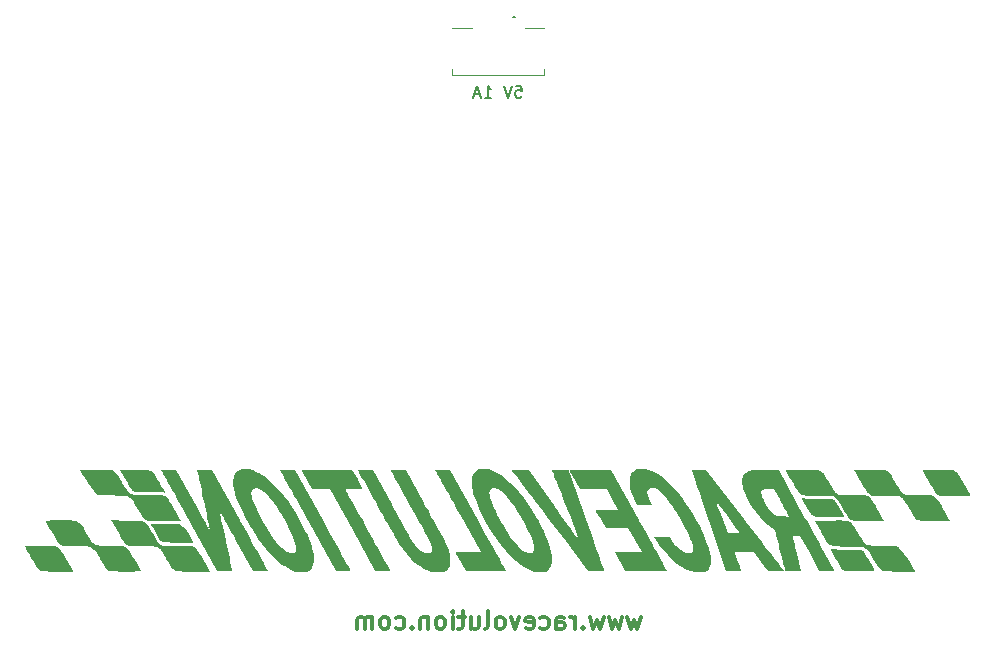
<source format=gbr>
%TF.GenerationSoftware,KiCad,Pcbnew,(6.0.1)*%
%TF.CreationDate,2022-12-13T21:33:40+01:00*%
%TF.ProjectId,SRD_Enhanced,5352445f-456e-4686-916e-6365642e6b69,rev?*%
%TF.SameCoordinates,Original*%
%TF.FileFunction,Legend,Bot*%
%TF.FilePolarity,Positive*%
%FSLAX46Y46*%
G04 Gerber Fmt 4.6, Leading zero omitted, Abs format (unit mm)*
G04 Created by KiCad (PCBNEW (6.0.1)) date 2022-12-13 21:33:40*
%MOMM*%
%LPD*%
G01*
G04 APERTURE LIST*
%ADD10C,0.300000*%
%ADD11C,0.150000*%
%ADD12C,0.100000*%
%ADD13C,0.200000*%
G04 APERTURE END LIST*
D10*
X123821428Y-100178571D02*
X123535714Y-101178571D01*
X123250000Y-100464285D01*
X122964285Y-101178571D01*
X122678571Y-100178571D01*
X122250000Y-100178571D02*
X121964285Y-101178571D01*
X121678571Y-100464285D01*
X121392857Y-101178571D01*
X121107142Y-100178571D01*
X120678571Y-100178571D02*
X120392857Y-101178571D01*
X120107142Y-100464285D01*
X119821428Y-101178571D01*
X119535714Y-100178571D01*
X118964285Y-101035714D02*
X118892857Y-101107142D01*
X118964285Y-101178571D01*
X119035714Y-101107142D01*
X118964285Y-101035714D01*
X118964285Y-101178571D01*
X118250000Y-101178571D02*
X118250000Y-100178571D01*
X118250000Y-100464285D02*
X118178571Y-100321428D01*
X118107142Y-100250000D01*
X117964285Y-100178571D01*
X117821428Y-100178571D01*
X116678571Y-101178571D02*
X116678571Y-100392857D01*
X116750000Y-100250000D01*
X116892857Y-100178571D01*
X117178571Y-100178571D01*
X117321428Y-100250000D01*
X116678571Y-101107142D02*
X116821428Y-101178571D01*
X117178571Y-101178571D01*
X117321428Y-101107142D01*
X117392857Y-100964285D01*
X117392857Y-100821428D01*
X117321428Y-100678571D01*
X117178571Y-100607142D01*
X116821428Y-100607142D01*
X116678571Y-100535714D01*
X115321428Y-101107142D02*
X115464285Y-101178571D01*
X115750000Y-101178571D01*
X115892857Y-101107142D01*
X115964285Y-101035714D01*
X116035714Y-100892857D01*
X116035714Y-100464285D01*
X115964285Y-100321428D01*
X115892857Y-100250000D01*
X115750000Y-100178571D01*
X115464285Y-100178571D01*
X115321428Y-100250000D01*
X114107142Y-101107142D02*
X114250000Y-101178571D01*
X114535714Y-101178571D01*
X114678571Y-101107142D01*
X114750000Y-100964285D01*
X114750000Y-100392857D01*
X114678571Y-100250000D01*
X114535714Y-100178571D01*
X114250000Y-100178571D01*
X114107142Y-100250000D01*
X114035714Y-100392857D01*
X114035714Y-100535714D01*
X114750000Y-100678571D01*
X113535714Y-100178571D02*
X113178571Y-101178571D01*
X112821428Y-100178571D01*
X112035714Y-101178571D02*
X112178571Y-101107142D01*
X112250000Y-101035714D01*
X112321428Y-100892857D01*
X112321428Y-100464285D01*
X112250000Y-100321428D01*
X112178571Y-100250000D01*
X112035714Y-100178571D01*
X111821428Y-100178571D01*
X111678571Y-100250000D01*
X111607142Y-100321428D01*
X111535714Y-100464285D01*
X111535714Y-100892857D01*
X111607142Y-101035714D01*
X111678571Y-101107142D01*
X111821428Y-101178571D01*
X112035714Y-101178571D01*
X110678571Y-101178571D02*
X110821428Y-101107142D01*
X110892857Y-100964285D01*
X110892857Y-99678571D01*
X109464285Y-100178571D02*
X109464285Y-101178571D01*
X110107142Y-100178571D02*
X110107142Y-100964285D01*
X110035714Y-101107142D01*
X109892857Y-101178571D01*
X109678571Y-101178571D01*
X109535714Y-101107142D01*
X109464285Y-101035714D01*
X108964285Y-100178571D02*
X108392857Y-100178571D01*
X108750000Y-99678571D02*
X108750000Y-100964285D01*
X108678571Y-101107142D01*
X108535714Y-101178571D01*
X108392857Y-101178571D01*
X107892857Y-101178571D02*
X107892857Y-100178571D01*
X107892857Y-99678571D02*
X107964285Y-99750000D01*
X107892857Y-99821428D01*
X107821428Y-99750000D01*
X107892857Y-99678571D01*
X107892857Y-99821428D01*
X106964285Y-101178571D02*
X107107142Y-101107142D01*
X107178571Y-101035714D01*
X107250000Y-100892857D01*
X107250000Y-100464285D01*
X107178571Y-100321428D01*
X107107142Y-100250000D01*
X106964285Y-100178571D01*
X106750000Y-100178571D01*
X106607142Y-100250000D01*
X106535714Y-100321428D01*
X106464285Y-100464285D01*
X106464285Y-100892857D01*
X106535714Y-101035714D01*
X106607142Y-101107142D01*
X106750000Y-101178571D01*
X106964285Y-101178571D01*
X105821428Y-100178571D02*
X105821428Y-101178571D01*
X105821428Y-100321428D02*
X105750000Y-100250000D01*
X105607142Y-100178571D01*
X105392857Y-100178571D01*
X105250000Y-100250000D01*
X105178571Y-100392857D01*
X105178571Y-101178571D01*
X104464285Y-101035714D02*
X104392857Y-101107142D01*
X104464285Y-101178571D01*
X104535714Y-101107142D01*
X104464285Y-101035714D01*
X104464285Y-101178571D01*
X103107142Y-101107142D02*
X103250000Y-101178571D01*
X103535714Y-101178571D01*
X103678571Y-101107142D01*
X103750000Y-101035714D01*
X103821428Y-100892857D01*
X103821428Y-100464285D01*
X103750000Y-100321428D01*
X103678571Y-100250000D01*
X103535714Y-100178571D01*
X103250000Y-100178571D01*
X103107142Y-100250000D01*
X102250000Y-101178571D02*
X102392857Y-101107142D01*
X102464285Y-101035714D01*
X102535714Y-100892857D01*
X102535714Y-100464285D01*
X102464285Y-100321428D01*
X102392857Y-100250000D01*
X102250000Y-100178571D01*
X102035714Y-100178571D01*
X101892857Y-100250000D01*
X101821428Y-100321428D01*
X101750000Y-100464285D01*
X101750000Y-100892857D01*
X101821428Y-101035714D01*
X101892857Y-101107142D01*
X102035714Y-101178571D01*
X102250000Y-101178571D01*
X101107142Y-101178571D02*
X101107142Y-100178571D01*
X101107142Y-100321428D02*
X101035714Y-100250000D01*
X100892857Y-100178571D01*
X100678571Y-100178571D01*
X100535714Y-100250000D01*
X100464285Y-100392857D01*
X100464285Y-101178571D01*
X100464285Y-100392857D02*
X100392857Y-100250000D01*
X100250000Y-100178571D01*
X100035714Y-100178571D01*
X99892857Y-100250000D01*
X99821428Y-100392857D01*
X99821428Y-101178571D01*
D11*
X113226190Y-55202380D02*
X113702380Y-55202380D01*
X113750000Y-55678571D01*
X113702380Y-55630952D01*
X113607142Y-55583333D01*
X113369047Y-55583333D01*
X113273809Y-55630952D01*
X113226190Y-55678571D01*
X113178571Y-55773809D01*
X113178571Y-56011904D01*
X113226190Y-56107142D01*
X113273809Y-56154761D01*
X113369047Y-56202380D01*
X113607142Y-56202380D01*
X113702380Y-56154761D01*
X113750000Y-56107142D01*
X112892857Y-55202380D02*
X112559523Y-56202380D01*
X112226190Y-55202380D01*
X110607142Y-56202380D02*
X111178571Y-56202380D01*
X110892857Y-56202380D02*
X110892857Y-55202380D01*
X110988095Y-55345238D01*
X111083333Y-55440476D01*
X111178571Y-55488095D01*
X110226190Y-55916666D02*
X109750000Y-55916666D01*
X110321428Y-56202380D02*
X109988095Y-55202380D01*
X109654761Y-56202380D01*
D12*
%TO.C,J3*%
X107850000Y-54275000D02*
X107850000Y-54275000D01*
X107850000Y-53775000D02*
X107850000Y-54275000D01*
X115650000Y-50275000D02*
X115650000Y-50275000D01*
D13*
X113150000Y-49375000D02*
X113150000Y-49375000D01*
D12*
X107850000Y-50275000D02*
X109500000Y-50275000D01*
X115650000Y-50275000D02*
X114000000Y-50275000D01*
X107850000Y-54275000D02*
X115650000Y-54275000D01*
X115650000Y-54275000D02*
X115650000Y-54275000D01*
X107850000Y-53775000D02*
X107850000Y-53775000D01*
X114000000Y-50275000D02*
X115650000Y-50275000D01*
X115650000Y-54275000D02*
X107850000Y-54275000D01*
X107850000Y-50275000D02*
X107850000Y-50275000D01*
X115650000Y-53775000D02*
X115650000Y-53775000D01*
X115650000Y-54275000D02*
X115650000Y-53775000D01*
X115650000Y-54275000D02*
X115650000Y-54275000D01*
X114000000Y-50275000D02*
X114000000Y-50275000D01*
X107850000Y-54275000D02*
X107850000Y-54275000D01*
D13*
X113050000Y-49375000D02*
X113050000Y-49375000D01*
D12*
X107850000Y-54275000D02*
X107850000Y-53775000D01*
X115650000Y-53775000D02*
X115650000Y-54275000D01*
X109500000Y-50275000D02*
X109500000Y-50275000D01*
D13*
X113150000Y-49375000D02*
X113150000Y-49375000D01*
D12*
X109500000Y-50275000D02*
X107850000Y-50275000D01*
D13*
X113150000Y-49375000D02*
G75*
G03*
X113050000Y-49375000I-50000J0D01*
G01*
X113050000Y-49375000D02*
G75*
G03*
X113150000Y-49375000I50000J0D01*
G01*
X113050000Y-49375000D02*
G75*
G03*
X113150000Y-49375000I50000J0D01*
G01*
%TO.C,G\u002A\u002A\u002A*%
G36*
X139949285Y-94393765D02*
G01*
X139994952Y-94408996D01*
X140085634Y-94428975D01*
X140206199Y-94444985D01*
X140362673Y-94457355D01*
X140561080Y-94466417D01*
X140807444Y-94472500D01*
X141107789Y-94475935D01*
X141468139Y-94477052D01*
X142565863Y-94477244D01*
X142664206Y-94568076D01*
X142691298Y-94602154D01*
X142749165Y-94688636D01*
X142829229Y-94815741D01*
X142926008Y-94974103D01*
X143034021Y-95154358D01*
X143147787Y-95347141D01*
X143261824Y-95543086D01*
X143370650Y-95732828D01*
X143468786Y-95907004D01*
X143550749Y-96056247D01*
X143611058Y-96171194D01*
X143644231Y-96242478D01*
X143645636Y-96248254D01*
X143639534Y-96260521D01*
X143615116Y-96270387D01*
X143566416Y-96278102D01*
X143487464Y-96283914D01*
X143372293Y-96288074D01*
X143214935Y-96290829D01*
X143009423Y-96292430D01*
X142749788Y-96293125D01*
X142430062Y-96293163D01*
X142232620Y-96292977D01*
X141947164Y-96292245D01*
X141716758Y-96290715D01*
X141534481Y-96288077D01*
X141393414Y-96284018D01*
X141286637Y-96278225D01*
X141207232Y-96270385D01*
X141148277Y-96260186D01*
X141102855Y-96247315D01*
X141064044Y-96231461D01*
X141039191Y-96219255D01*
X140937229Y-96156732D01*
X140859408Y-96091597D01*
X140843575Y-96070816D01*
X140794780Y-95996024D01*
X140723360Y-95879793D01*
X140634438Y-95731056D01*
X140533134Y-95558743D01*
X140424569Y-95371788D01*
X140313864Y-95179122D01*
X140206141Y-94989677D01*
X140106520Y-94812384D01*
X140020123Y-94656177D01*
X139952070Y-94529987D01*
X139907483Y-94442745D01*
X139891482Y-94403384D01*
X139901984Y-94388997D01*
X139949285Y-94393765D01*
G37*
G36*
X116311532Y-95022514D02*
G01*
X116324866Y-95354345D01*
X116293897Y-95644138D01*
X116218781Y-95890361D01*
X116099673Y-96091484D01*
X115936728Y-96245976D01*
X115730104Y-96352304D01*
X115644921Y-96371653D01*
X115499866Y-96385369D01*
X115326474Y-96389120D01*
X115144816Y-96383122D01*
X114974961Y-96367589D01*
X114836978Y-96342737D01*
X114785532Y-96327879D01*
X114647734Y-96279417D01*
X114488419Y-96215196D01*
X114332648Y-96145042D01*
X114118603Y-96034311D01*
X113689818Y-95764568D01*
X113260376Y-95431379D01*
X112831815Y-95036440D01*
X112405670Y-94581448D01*
X111983478Y-94068100D01*
X111566775Y-93498093D01*
X111157098Y-92873124D01*
X110755984Y-92194889D01*
X110478079Y-91687177D01*
X110223365Y-91188288D01*
X110010287Y-90729491D01*
X109837206Y-90306422D01*
X109702483Y-89914722D01*
X109632490Y-89654260D01*
X111019971Y-89654260D01*
X111036306Y-89871688D01*
X111094389Y-90135663D01*
X111194325Y-90445295D01*
X111336216Y-90799695D01*
X111417184Y-90977820D01*
X111540963Y-91231303D01*
X111688561Y-91518712D01*
X111853643Y-91828201D01*
X112029873Y-92147926D01*
X112210916Y-92466043D01*
X112390437Y-92770706D01*
X112566553Y-93050848D01*
X112784756Y-93367811D01*
X113010513Y-93666929D01*
X113237752Y-93941274D01*
X113460400Y-94183920D01*
X113672384Y-94387937D01*
X113867629Y-94546399D01*
X114040064Y-94652378D01*
X114100700Y-94680325D01*
X114303418Y-94747789D01*
X114477726Y-94763516D01*
X114619536Y-94728292D01*
X114724765Y-94642904D01*
X114789326Y-94508138D01*
X114797388Y-94471991D01*
X114804216Y-94293234D01*
X114769509Y-94066057D01*
X114693855Y-93792344D01*
X114577845Y-93473980D01*
X114422067Y-93112848D01*
X114227112Y-92710835D01*
X114014642Y-92301267D01*
X113691680Y-91713215D01*
X113379425Y-91187724D01*
X113078104Y-90725081D01*
X112787946Y-90325575D01*
X112509176Y-89989491D01*
X112242025Y-89717119D01*
X111986719Y-89508745D01*
X111743486Y-89364656D01*
X111512554Y-89285141D01*
X111370045Y-89267811D01*
X111220422Y-89290154D01*
X111112132Y-89362603D01*
X111045281Y-89484268D01*
X111019971Y-89654260D01*
X109632490Y-89654260D01*
X109604480Y-89550029D01*
X109541559Y-89207981D01*
X109512080Y-88884218D01*
X109508055Y-88749328D01*
X109513429Y-88509764D01*
X109540153Y-88315875D01*
X109591567Y-88155285D01*
X109671009Y-88015621D01*
X109781817Y-87884509D01*
X109882984Y-87790618D01*
X110004739Y-87710302D01*
X110141867Y-87660522D01*
X110310780Y-87635685D01*
X110527893Y-87630196D01*
X110614803Y-87633347D01*
X110945124Y-87684503D01*
X111290426Y-87796055D01*
X111648069Y-87965590D01*
X112015411Y-88190697D01*
X112389813Y-88468964D01*
X112768634Y-88797980D01*
X113149235Y-89175332D01*
X113528974Y-89598609D01*
X113905211Y-90065399D01*
X114275305Y-90573291D01*
X114636618Y-91119872D01*
X114986507Y-91702731D01*
X115055090Y-91824725D01*
X115184478Y-92063801D01*
X115321878Y-92327158D01*
X115461558Y-92603078D01*
X115597788Y-92879846D01*
X115724834Y-93145747D01*
X115836965Y-93389065D01*
X115928449Y-93598084D01*
X115993555Y-93761088D01*
X116004155Y-93790104D01*
X116151333Y-94238862D01*
X116164870Y-94293234D01*
X116253740Y-94650176D01*
X116311532Y-95022514D01*
G37*
G36*
X83211002Y-92301243D02*
G01*
X83529927Y-92303600D01*
X84715019Y-92313785D01*
X84899540Y-92400317D01*
X84977668Y-92441458D01*
X85101667Y-92521569D01*
X85198070Y-92600858D01*
X85230604Y-92641181D01*
X85292726Y-92731443D01*
X85373949Y-92857403D01*
X85468235Y-93008888D01*
X85569543Y-93175723D01*
X85671835Y-93347736D01*
X85769071Y-93514751D01*
X85855212Y-93666595D01*
X85924218Y-93793093D01*
X85970051Y-93884072D01*
X85986671Y-93929358D01*
X85975720Y-93939535D01*
X85928868Y-93927952D01*
X85927312Y-93927339D01*
X85876293Y-93920570D01*
X85767596Y-93913512D01*
X85608878Y-93906430D01*
X85407797Y-93899587D01*
X85172010Y-93893247D01*
X84909177Y-93887674D01*
X84626954Y-93883131D01*
X83382842Y-93866190D01*
X83244490Y-93767101D01*
X83226725Y-93753766D01*
X83173768Y-93705497D01*
X83116903Y-93638476D01*
X83050769Y-93544755D01*
X82970007Y-93416388D01*
X82869254Y-93245428D01*
X82743151Y-93023928D01*
X82693505Y-92935725D01*
X82591720Y-92754164D01*
X82502812Y-92594600D01*
X82431696Y-92465907D01*
X82383287Y-92376959D01*
X82362499Y-92336630D01*
X82361838Y-92333409D01*
X82373772Y-92322501D01*
X82412917Y-92313959D01*
X82484823Y-92307625D01*
X82595036Y-92303344D01*
X82749105Y-92300958D01*
X82952578Y-92300310D01*
X83211002Y-92301243D01*
G37*
G36*
X140759522Y-92006027D02*
G01*
X140973263Y-92009808D01*
X141145122Y-92017280D01*
X141281535Y-92029277D01*
X141388934Y-92046631D01*
X141473755Y-92070176D01*
X141542431Y-92100743D01*
X141601396Y-92139167D01*
X141657084Y-92186279D01*
X141715929Y-92242912D01*
X141749780Y-92280290D01*
X141837032Y-92397568D01*
X141948797Y-92568820D01*
X142082624Y-92790209D01*
X142236065Y-93057899D01*
X142312630Y-93193637D01*
X142447099Y-93426421D01*
X142559614Y-93610928D01*
X142655451Y-93754279D01*
X142739885Y-93863592D01*
X142818191Y-93945988D01*
X142895646Y-94008585D01*
X142977526Y-94058504D01*
X143010115Y-94075025D01*
X143049974Y-94091020D01*
X143098541Y-94103896D01*
X143162983Y-94114143D01*
X143250469Y-94122252D01*
X143368168Y-94128714D01*
X143523249Y-94134017D01*
X143722878Y-94138654D01*
X143974226Y-94143113D01*
X144284460Y-94147885D01*
X144526598Y-94152096D01*
X144784588Y-94157990D01*
X145016467Y-94164772D01*
X145214244Y-94172140D01*
X145369932Y-94179791D01*
X145475541Y-94187423D01*
X145523082Y-94194733D01*
X145568490Y-94215671D01*
X145624125Y-94245045D01*
X145678213Y-94280438D01*
X145733835Y-94325995D01*
X145794071Y-94385861D01*
X145862002Y-94464182D01*
X145940706Y-94565104D01*
X146033264Y-94692772D01*
X146142757Y-94851332D01*
X146272263Y-95044930D01*
X146424864Y-95277709D01*
X146603639Y-95553818D01*
X146811668Y-95877400D01*
X147052032Y-96252601D01*
X147099600Y-96326918D01*
X145803209Y-96326918D01*
X145616624Y-96326732D01*
X145262302Y-96325045D01*
X144970385Y-96321546D01*
X144738394Y-96316167D01*
X144563847Y-96308840D01*
X144444266Y-96299499D01*
X144377170Y-96288075D01*
X144307189Y-96262724D01*
X144222598Y-96216792D01*
X144137683Y-96149691D01*
X144047246Y-96055272D01*
X143946092Y-95927386D01*
X143829023Y-95759884D01*
X143690841Y-95546618D01*
X143526351Y-95281437D01*
X143427002Y-95119934D01*
X143309330Y-94930958D01*
X143203880Y-94764116D01*
X143116147Y-94628004D01*
X143051622Y-94531219D01*
X143015799Y-94482358D01*
X142987421Y-94454350D01*
X142899818Y-94384414D01*
X142798114Y-94317208D01*
X142649480Y-94229519D01*
X141361313Y-94213004D01*
X140073147Y-94196489D01*
X139907997Y-94108737D01*
X139846063Y-94072948D01*
X139736428Y-93997604D01*
X139655162Y-93927073D01*
X139642143Y-93910884D01*
X139591705Y-93836241D01*
X139515957Y-93715224D01*
X139419619Y-93555706D01*
X139307410Y-93365555D01*
X139184048Y-93152642D01*
X139054252Y-92924838D01*
X138541027Y-92016515D01*
X139900239Y-92007886D01*
X140180664Y-92006210D01*
X140497467Y-92005105D01*
X140759522Y-92006027D01*
G37*
G36*
X137483252Y-90103941D02*
G01*
X137554616Y-90125271D01*
X137570745Y-90129186D01*
X137657437Y-90139506D01*
X137803592Y-90149404D01*
X138004404Y-90158679D01*
X138255067Y-90167131D01*
X138550777Y-90174561D01*
X138886727Y-90180768D01*
X140111491Y-90199870D01*
X140228899Y-90289487D01*
X140236744Y-90295769D01*
X140294374Y-90356051D01*
X140367489Y-90454964D01*
X140459458Y-90597693D01*
X140573650Y-90789425D01*
X140713433Y-91035345D01*
X140770070Y-91136868D01*
X140869668Y-91316880D01*
X140955083Y-91473179D01*
X141021748Y-91597308D01*
X141065095Y-91680811D01*
X141080559Y-91715230D01*
X141051963Y-91720159D01*
X140964409Y-91724460D01*
X140825203Y-91727750D01*
X140641737Y-91729941D01*
X140421409Y-91730947D01*
X140171611Y-91730682D01*
X139899740Y-91729060D01*
X139871543Y-91728825D01*
X139565710Y-91726135D01*
X139318007Y-91723380D01*
X139121113Y-91720095D01*
X138967706Y-91715812D01*
X138850465Y-91710064D01*
X138762069Y-91702385D01*
X138695196Y-91692306D01*
X138642526Y-91679362D01*
X138596737Y-91663086D01*
X138550507Y-91643010D01*
X138467186Y-91600545D01*
X138365270Y-91531219D01*
X138266537Y-91439703D01*
X138164806Y-91318440D01*
X138053902Y-91159876D01*
X137927644Y-90956454D01*
X137779855Y-90700621D01*
X137753931Y-90654658D01*
X137656401Y-90481092D01*
X137572145Y-90330143D01*
X137505986Y-90210525D01*
X137462753Y-90130950D01*
X137447269Y-90100131D01*
X137448051Y-90099039D01*
X137483252Y-90103941D01*
G37*
G36*
X110049225Y-91969030D02*
G01*
X110061472Y-91991123D01*
X110332812Y-92480799D01*
X110595300Y-92954872D01*
X110847151Y-93410099D01*
X111086579Y-93843237D01*
X111311799Y-94251044D01*
X111521024Y-94630278D01*
X111712470Y-94977695D01*
X111884350Y-95290055D01*
X112034879Y-95564113D01*
X112162272Y-95796628D01*
X112264742Y-95984357D01*
X112340504Y-96124058D01*
X112387773Y-96212487D01*
X112404762Y-96246404D01*
X112404154Y-96252320D01*
X112390203Y-96262118D01*
X112355295Y-96270276D01*
X112294420Y-96276934D01*
X112202565Y-96282229D01*
X112074720Y-96286303D01*
X111905873Y-96289292D01*
X111691012Y-96291338D01*
X111425127Y-96292579D01*
X111103206Y-96293155D01*
X110720237Y-96293204D01*
X109025032Y-96292519D01*
X108595644Y-95511073D01*
X108593842Y-95507794D01*
X108480053Y-95300456D01*
X108376886Y-95112004D01*
X108288590Y-94950234D01*
X108219412Y-94822943D01*
X108173599Y-94737929D01*
X108155398Y-94702986D01*
X108164881Y-94699055D01*
X108229026Y-94692355D01*
X108347014Y-94685894D01*
X108511140Y-94679930D01*
X108713700Y-94674724D01*
X108946991Y-94670536D01*
X109203308Y-94667627D01*
X110262074Y-94658908D01*
X108485970Y-91455007D01*
X108455258Y-91399606D01*
X108217064Y-90969914D01*
X107986069Y-90553186D01*
X107764531Y-90153495D01*
X107554707Y-89774915D01*
X107358854Y-89421520D01*
X107179230Y-89097384D01*
X107018093Y-88806580D01*
X106877699Y-88553181D01*
X106760307Y-88341263D01*
X106668173Y-88174898D01*
X106603556Y-88058161D01*
X106568711Y-87995124D01*
X106427557Y-87739142D01*
X107704368Y-87739142D01*
X110049225Y-91969030D01*
G37*
G36*
X120135810Y-94547481D02*
G01*
X120265490Y-94915152D01*
X120382072Y-95246265D01*
X120484263Y-95537153D01*
X120570771Y-95784146D01*
X120640305Y-95983576D01*
X120691571Y-96131774D01*
X120723279Y-96225071D01*
X120734135Y-96259798D01*
X120721333Y-96268246D01*
X120647981Y-96279175D01*
X120510623Y-96286842D01*
X120310478Y-96291190D01*
X120048764Y-96292162D01*
X119363394Y-96290435D01*
X117459368Y-93767101D01*
X118653251Y-93767101D01*
X118669766Y-93783615D01*
X118686281Y-93767101D01*
X118669766Y-93750586D01*
X118653251Y-93767101D01*
X117459368Y-93767101D01*
X116159493Y-92044425D01*
X115898178Y-91698065D01*
X115551885Y-91238913D01*
X115217970Y-90795995D01*
X114898544Y-90372117D01*
X114595716Y-89970088D01*
X114311597Y-89592711D01*
X114048296Y-89242795D01*
X113807924Y-88923144D01*
X113592592Y-88636567D01*
X113404408Y-88385868D01*
X113245484Y-88173854D01*
X113117929Y-88003332D01*
X113023853Y-87877108D01*
X112965368Y-87797988D01*
X112944582Y-87768779D01*
X112945776Y-87766358D01*
X112989294Y-87757528D01*
X113088535Y-87750087D01*
X113235261Y-87744383D01*
X113421232Y-87740762D01*
X113638210Y-87739572D01*
X114342848Y-87740001D01*
X116486747Y-90729070D01*
X116562132Y-90834159D01*
X116843407Y-91226011D01*
X117113203Y-91601480D01*
X117369069Y-91957172D01*
X117608551Y-92289693D01*
X117829196Y-92595650D01*
X118028553Y-92871650D01*
X118204168Y-93114299D01*
X118353588Y-93320204D01*
X118474361Y-93485972D01*
X118564034Y-93608209D01*
X118620154Y-93683522D01*
X118640269Y-93708517D01*
X118639107Y-93703695D01*
X118620071Y-93650256D01*
X118579150Y-93541129D01*
X118517978Y-93380535D01*
X118438187Y-93172695D01*
X118341412Y-92921830D01*
X118229284Y-92632163D01*
X118103437Y-92307915D01*
X117965505Y-91953306D01*
X117817120Y-91572558D01*
X117659915Y-91169894D01*
X117495525Y-90749533D01*
X117434515Y-90593613D01*
X117272272Y-90178556D01*
X117117647Y-89782382D01*
X116972289Y-89409351D01*
X116837849Y-89063726D01*
X116715979Y-88749767D01*
X116608329Y-88471736D01*
X116516549Y-88233895D01*
X116442291Y-88040505D01*
X116387206Y-87895828D01*
X116352945Y-87804124D01*
X116341157Y-87769656D01*
X116341746Y-87768283D01*
X116381678Y-87758732D01*
X116478615Y-87750690D01*
X116624580Y-87744510D01*
X116811594Y-87740543D01*
X117031680Y-87739142D01*
X117722204Y-87739142D01*
X117771118Y-87879519D01*
X117773794Y-87887150D01*
X117796842Y-87952370D01*
X117840262Y-88074945D01*
X117902708Y-88251078D01*
X117982831Y-88476972D01*
X118079283Y-88748830D01*
X118190719Y-89062857D01*
X118315789Y-89415254D01*
X118453147Y-89802225D01*
X118601444Y-90219973D01*
X118759334Y-90664702D01*
X118925469Y-91132614D01*
X119098502Y-91619913D01*
X119277084Y-92122802D01*
X119336155Y-92289169D01*
X119511946Y-92784597D01*
X119681100Y-93261810D01*
X119842323Y-93717141D01*
X119859992Y-93767101D01*
X119994324Y-94146921D01*
X120135810Y-94547481D01*
G37*
G36*
X96134694Y-94931958D02*
G01*
X96160178Y-95266447D01*
X96143982Y-95561322D01*
X96085518Y-95813196D01*
X95984202Y-96018685D01*
X95981200Y-96023096D01*
X95863798Y-96170258D01*
X95737463Y-96271162D01*
X95579949Y-96343694D01*
X95533993Y-96357005D01*
X95387339Y-96379666D01*
X95205749Y-96389447D01*
X95010266Y-96386389D01*
X94821932Y-96370532D01*
X94661790Y-96341918D01*
X94613152Y-96328487D01*
X94417064Y-96257671D01*
X94190336Y-96155363D01*
X93948811Y-96029659D01*
X93708331Y-95888652D01*
X93484737Y-95740440D01*
X93376548Y-95658860D01*
X93185423Y-95499384D01*
X92970756Y-95305859D01*
X92743241Y-95088829D01*
X92513572Y-94858836D01*
X92292443Y-94626420D01*
X92090546Y-94402124D01*
X91918575Y-94196489D01*
X91867882Y-94132002D01*
X91662024Y-93856804D01*
X91439359Y-93540943D01*
X91209618Y-93199133D01*
X90982532Y-92846088D01*
X90767830Y-92496522D01*
X90575244Y-92165150D01*
X90437148Y-91915477D01*
X90127007Y-91320042D01*
X89867632Y-90766768D01*
X89659008Y-90255595D01*
X89501120Y-89786467D01*
X89481452Y-89708076D01*
X90853225Y-89708076D01*
X90879003Y-89936564D01*
X90948685Y-90211923D01*
X91062374Y-90534559D01*
X91220172Y-90904877D01*
X91422181Y-91323284D01*
X91668503Y-91790184D01*
X91858844Y-92132780D01*
X92159174Y-92647865D01*
X92443869Y-93102425D01*
X92714399Y-93498350D01*
X92972236Y-93837529D01*
X93218851Y-94121853D01*
X93455714Y-94353210D01*
X93684298Y-94533492D01*
X93906073Y-94664588D01*
X93998087Y-94704123D01*
X94162859Y-94750760D01*
X94313231Y-94765016D01*
X94429508Y-94743907D01*
X94520792Y-94685995D01*
X94600375Y-94570846D01*
X94635854Y-94409569D01*
X94627450Y-94200951D01*
X94575383Y-93943779D01*
X94503614Y-93710892D01*
X94389117Y-93410264D01*
X94243128Y-93075008D01*
X94070714Y-92714128D01*
X93876940Y-92336629D01*
X93666874Y-91951515D01*
X93445581Y-91567790D01*
X93218128Y-91194460D01*
X92989582Y-90840529D01*
X92765009Y-90515002D01*
X92549475Y-90226883D01*
X92348048Y-89985176D01*
X92169963Y-89800019D01*
X91951987Y-89608487D01*
X91737260Y-89455623D01*
X91532253Y-89344822D01*
X91343435Y-89279480D01*
X91177276Y-89262993D01*
X91040247Y-89298756D01*
X91038294Y-89299787D01*
X90932973Y-89390094D01*
X90871249Y-89526055D01*
X90853225Y-89708076D01*
X89481452Y-89708076D01*
X89393952Y-89359324D01*
X89337489Y-88974108D01*
X89331713Y-88630761D01*
X89376611Y-88329225D01*
X89472165Y-88069441D01*
X89490372Y-88034680D01*
X89585065Y-87894373D01*
X89704015Y-87790064D01*
X89868097Y-87702404D01*
X89951674Y-87672906D01*
X90140400Y-87638181D01*
X90359563Y-87628174D01*
X90589123Y-87643277D01*
X90809038Y-87683887D01*
X90840700Y-87692484D01*
X91040330Y-87762087D01*
X91271178Y-87863389D01*
X91516333Y-87987903D01*
X91758884Y-88127141D01*
X91981920Y-88272613D01*
X92082745Y-88348325D01*
X92258394Y-88495076D01*
X92459671Y-88676525D01*
X92676891Y-88882997D01*
X92900371Y-89104819D01*
X93120428Y-89332319D01*
X93327377Y-89555822D01*
X93511536Y-89765655D01*
X93663221Y-89952146D01*
X93716600Y-90022076D01*
X94011093Y-90429267D01*
X94314505Y-90882032D01*
X94617823Y-91365625D01*
X94912032Y-91865299D01*
X95188118Y-92366310D01*
X95437066Y-92853910D01*
X95627643Y-93265552D01*
X95814002Y-93724650D01*
X95961020Y-94157674D01*
X96027864Y-94409569D01*
X96068112Y-94561238D01*
X96134694Y-94931958D01*
G37*
G36*
X137863070Y-92004522D02*
G01*
X138134494Y-92494022D01*
X138397144Y-92967857D01*
X138649230Y-93422790D01*
X138888961Y-93855582D01*
X139114546Y-94262994D01*
X139324195Y-94641789D01*
X139516116Y-94988728D01*
X139688519Y-95300573D01*
X139839612Y-95574086D01*
X139967605Y-95806028D01*
X140070708Y-95993162D01*
X140147129Y-96132249D01*
X140195077Y-96220050D01*
X140212761Y-96253328D01*
X140208739Y-96266255D01*
X140175100Y-96277408D01*
X140103567Y-96284621D01*
X139987109Y-96288268D01*
X139818697Y-96288722D01*
X139591301Y-96286358D01*
X138953195Y-96277374D01*
X138125915Y-94783191D01*
X137298634Y-93289008D01*
X136993108Y-93288588D01*
X136895194Y-93289371D01*
X136774934Y-93295488D01*
X136708540Y-93308510D01*
X136688441Y-93329454D01*
X136693844Y-93356809D01*
X136714180Y-93443281D01*
X136748069Y-93581786D01*
X136793859Y-93765732D01*
X136849897Y-93988526D01*
X136914532Y-94243573D01*
X136986110Y-94524282D01*
X137062980Y-94824058D01*
X137436659Y-96277374D01*
X136774992Y-96286335D01*
X136645688Y-96287821D01*
X136434276Y-96288417D01*
X136278371Y-96285592D01*
X136170992Y-96279018D01*
X136105157Y-96268365D01*
X136073886Y-96253305D01*
X136067808Y-96237965D01*
X136046362Y-96165599D01*
X136012143Y-96040762D01*
X135966966Y-95870676D01*
X135912649Y-95662566D01*
X135851007Y-95423653D01*
X135783858Y-95161162D01*
X135713017Y-94882315D01*
X135640302Y-94594335D01*
X135567529Y-94304446D01*
X135496514Y-94019871D01*
X135429074Y-93747832D01*
X135367025Y-93495554D01*
X135312185Y-93270259D01*
X135266369Y-93079170D01*
X135231395Y-92929510D01*
X135209078Y-92828503D01*
X135201235Y-92783372D01*
X135187820Y-92768646D01*
X135130837Y-92728446D01*
X135044343Y-92675876D01*
X134948060Y-92618185D01*
X134599845Y-92370769D01*
X134253524Y-92066448D01*
X133914932Y-91712205D01*
X133589903Y-91315020D01*
X133284270Y-90881875D01*
X133003867Y-90419752D01*
X132754528Y-89935631D01*
X132696651Y-89810367D01*
X132643906Y-89686385D01*
X134024992Y-89686385D01*
X134051089Y-89848803D01*
X134118767Y-90051267D01*
X134228581Y-90298960D01*
X134246335Y-90335388D01*
X134428302Y-90667192D01*
X134627441Y-90962558D01*
X134837713Y-91214174D01*
X135053079Y-91414725D01*
X135267497Y-91556901D01*
X135274115Y-91560345D01*
X135348957Y-91596975D01*
X135418017Y-91622730D01*
X135495661Y-91639951D01*
X135596258Y-91650978D01*
X135734174Y-91658152D01*
X135923777Y-91663814D01*
X136398594Y-91676072D01*
X136237561Y-91381766D01*
X136232483Y-91372489D01*
X136170752Y-91260111D01*
X136083541Y-91101813D01*
X135976734Y-90908253D01*
X135856217Y-90690094D01*
X135727875Y-90457995D01*
X135597594Y-90222615D01*
X135118660Y-89357770D01*
X134668954Y-89357689D01*
X134555107Y-89357951D01*
X134403025Y-89360392D01*
X134297380Y-89366680D01*
X134225739Y-89378360D01*
X134175674Y-89396975D01*
X134134754Y-89424070D01*
X134095314Y-89460961D01*
X134039919Y-89558832D01*
X134024992Y-89686385D01*
X132643906Y-89686385D01*
X132585390Y-89548838D01*
X132505452Y-89321279D01*
X132452834Y-89113149D01*
X132423533Y-88909907D01*
X132413545Y-88697009D01*
X132413326Y-88605954D01*
X132416902Y-88466404D01*
X132427873Y-88366777D01*
X132448707Y-88289769D01*
X132481872Y-88218076D01*
X132554361Y-88103619D01*
X132705033Y-87950778D01*
X132905657Y-87831745D01*
X132922444Y-87824063D01*
X132965594Y-87805755D01*
X133010450Y-87791045D01*
X133064161Y-87779538D01*
X133133879Y-87770842D01*
X133226754Y-87764563D01*
X133349936Y-87760308D01*
X133510577Y-87757683D01*
X133715825Y-87756295D01*
X133972832Y-87755751D01*
X134288749Y-87755657D01*
X135506692Y-87755657D01*
X137680916Y-91676072D01*
X137851404Y-91983485D01*
X137863070Y-92004522D01*
G37*
G36*
X96903322Y-91969030D02*
G01*
X96915569Y-91991123D01*
X97186908Y-92480799D01*
X97449397Y-92954872D01*
X97701248Y-93410099D01*
X97940676Y-93843237D01*
X98165895Y-94251044D01*
X98375121Y-94630278D01*
X98566566Y-94977695D01*
X98738446Y-95290055D01*
X98888976Y-95564113D01*
X99016368Y-95796628D01*
X99118838Y-95984357D01*
X99194601Y-96124058D01*
X99241869Y-96212487D01*
X99258859Y-96246404D01*
X99259408Y-96250722D01*
X99249351Y-96266495D01*
X99213164Y-96278010D01*
X99142861Y-96285887D01*
X99030460Y-96290746D01*
X98867976Y-96293206D01*
X98647426Y-96293889D01*
X98025314Y-96293889D01*
X95714981Y-92123863D01*
X95466351Y-91675130D01*
X95203314Y-91200465D01*
X94950108Y-90743611D01*
X94708581Y-90307898D01*
X94480580Y-89896658D01*
X94267954Y-89513223D01*
X94072551Y-89160925D01*
X93896218Y-88843094D01*
X93740804Y-88563062D01*
X93608158Y-88324160D01*
X93500126Y-88129721D01*
X93418557Y-87983075D01*
X93365300Y-87887554D01*
X93342201Y-87846489D01*
X93279756Y-87739142D01*
X94558464Y-87739142D01*
X96903322Y-91969030D01*
G37*
G36*
X80328372Y-92006829D02*
G01*
X81643238Y-92016515D01*
X81791872Y-92104204D01*
X81840585Y-92134623D01*
X81940350Y-92206087D01*
X82012168Y-92269354D01*
X82036864Y-92302333D01*
X82093923Y-92389743D01*
X82174052Y-92519154D01*
X82271905Y-92681765D01*
X82382134Y-92868774D01*
X82499393Y-93071379D01*
X82589245Y-93226920D01*
X82701705Y-93418403D01*
X82803107Y-93587559D01*
X82888097Y-93725588D01*
X82951318Y-93823692D01*
X82987414Y-93873071D01*
X83033942Y-93913112D01*
X83131202Y-93978430D01*
X83243362Y-94040315D01*
X83426853Y-94130430D01*
X84648960Y-94146944D01*
X84716257Y-94147853D01*
X85037481Y-94152394D01*
X85300974Y-94157257D01*
X85513740Y-94163569D01*
X85682785Y-94172459D01*
X85815114Y-94185054D01*
X85917732Y-94202484D01*
X85997644Y-94225875D01*
X86061856Y-94256357D01*
X86117374Y-94295058D01*
X86171201Y-94343106D01*
X86230344Y-94401628D01*
X86230611Y-94401895D01*
X86284315Y-94468306D01*
X86362223Y-94581233D01*
X86457013Y-94729246D01*
X86561362Y-94900915D01*
X86667950Y-95084808D01*
X86759015Y-95245855D01*
X86878741Y-95457514D01*
X86995180Y-95663291D01*
X87098594Y-95845977D01*
X87179245Y-95988362D01*
X87371117Y-96326918D01*
X85977009Y-96326596D01*
X85895886Y-96326576D01*
X85569901Y-96326396D01*
X85301942Y-96325823D01*
X85085442Y-96324533D01*
X84913828Y-96322198D01*
X84780532Y-96318493D01*
X84678984Y-96313093D01*
X84602614Y-96305672D01*
X84544851Y-96295903D01*
X84499126Y-96283461D01*
X84458869Y-96268020D01*
X84417510Y-96249255D01*
X84361343Y-96219692D01*
X84242451Y-96139455D01*
X84149125Y-96054932D01*
X84128040Y-96027887D01*
X84067579Y-95938607D01*
X83984413Y-95806769D01*
X83884591Y-95642255D01*
X83774165Y-95454946D01*
X83659185Y-95254725D01*
X83596254Y-95144442D01*
X83483603Y-94950795D01*
X83379159Y-94775829D01*
X83288884Y-94629314D01*
X83218740Y-94521020D01*
X83174688Y-94460717D01*
X83141663Y-94427029D01*
X83035881Y-94342255D01*
X82921695Y-94273050D01*
X82886975Y-94256500D01*
X82843397Y-94239000D01*
X82793625Y-94225020D01*
X82730175Y-94214016D01*
X82645566Y-94205443D01*
X82532314Y-94198756D01*
X82382938Y-94193410D01*
X82189955Y-94188861D01*
X81945882Y-94184564D01*
X81643238Y-94179974D01*
X81452623Y-94177119D01*
X81185854Y-94172705D01*
X80973352Y-94168230D01*
X80807769Y-94163181D01*
X80681758Y-94157040D01*
X80587970Y-94149294D01*
X80519058Y-94139426D01*
X80467675Y-94126922D01*
X80426472Y-94111265D01*
X80388101Y-94091941D01*
X80347044Y-94067326D01*
X80235797Y-93985229D01*
X80135752Y-93893761D01*
X80106062Y-93855566D01*
X80043191Y-93762123D01*
X79957113Y-93626638D01*
X79852997Y-93457808D01*
X79736014Y-93264329D01*
X79611333Y-93054899D01*
X79484124Y-92838215D01*
X79359557Y-92622975D01*
X79242801Y-92417876D01*
X79139027Y-92231614D01*
X79053403Y-92072889D01*
X79013506Y-91997142D01*
X80328372Y-92006829D01*
G37*
G36*
X143184442Y-87706113D02*
G01*
X143526792Y-87706486D01*
X143810419Y-87708156D01*
X144042136Y-87712034D01*
X144228756Y-87719030D01*
X144377092Y-87730054D01*
X144493957Y-87746016D01*
X144586165Y-87767826D01*
X144660528Y-87796395D01*
X144723860Y-87832633D01*
X144782974Y-87877449D01*
X144844683Y-87931755D01*
X144895023Y-87986155D01*
X144979214Y-88100234D01*
X145086309Y-88265934D01*
X145218048Y-88485973D01*
X145376168Y-88763069D01*
X145451841Y-88896682D01*
X145565661Y-89092810D01*
X145671245Y-89269230D01*
X145762730Y-89416377D01*
X145834251Y-89524690D01*
X145879944Y-89584604D01*
X145920742Y-89622924D01*
X146032256Y-89706141D01*
X146150650Y-89774204D01*
X146174986Y-89785603D01*
X146221093Y-89805207D01*
X146269492Y-89820550D01*
X146328151Y-89832155D01*
X146405044Y-89840548D01*
X146508140Y-89846256D01*
X146645412Y-89849803D01*
X146824830Y-89851714D01*
X147054365Y-89852516D01*
X147341989Y-89852734D01*
X147426327Y-89852798D01*
X147717860Y-89853857D01*
X147952683Y-89856435D01*
X148138241Y-89860846D01*
X148281976Y-89867404D01*
X148391331Y-89876421D01*
X148473748Y-89888213D01*
X148536671Y-89903093D01*
X148598136Y-89923371D01*
X148688451Y-89963897D01*
X148773486Y-90019831D01*
X148858314Y-90097364D01*
X148948009Y-90202683D01*
X149047647Y-90341980D01*
X149162300Y-90521441D01*
X149297042Y-90747258D01*
X149456948Y-91025618D01*
X149458198Y-91027818D01*
X149579601Y-91241329D01*
X149693348Y-91440902D01*
X149794455Y-91617831D01*
X149877938Y-91763408D01*
X149938815Y-91868928D01*
X149972102Y-91925683D01*
X150037052Y-92033030D01*
X148754449Y-92032708D01*
X148516167Y-92032618D01*
X148234315Y-92032227D01*
X148006664Y-92031192D01*
X147826295Y-92029143D01*
X147686289Y-92025710D01*
X147579729Y-92020525D01*
X147499695Y-92013216D01*
X147439269Y-92003416D01*
X147391533Y-91990754D01*
X147349569Y-91974861D01*
X147306456Y-91955367D01*
X147250280Y-91925799D01*
X147131413Y-91845587D01*
X147038124Y-91761104D01*
X147018774Y-91736495D01*
X146959023Y-91649018D01*
X146876297Y-91518806D01*
X146776733Y-91355823D01*
X146666472Y-91170036D01*
X146551653Y-90971410D01*
X146416382Y-90735767D01*
X146304973Y-90546555D01*
X146213852Y-90399695D01*
X146137283Y-90287321D01*
X146069531Y-90201568D01*
X146004860Y-90134572D01*
X145937536Y-90078466D01*
X145861823Y-90025387D01*
X145726301Y-89935631D01*
X143442197Y-89902601D01*
X143271223Y-89812445D01*
X143206119Y-89773850D01*
X143087957Y-89686358D01*
X142996293Y-89597751D01*
X142987369Y-89585894D01*
X142943722Y-89519283D01*
X142875726Y-89409209D01*
X142788225Y-89264024D01*
X142686064Y-89092080D01*
X142574089Y-88901730D01*
X142457142Y-88701327D01*
X142340071Y-88499222D01*
X142227718Y-88303768D01*
X142124929Y-88123317D01*
X142036549Y-87966222D01*
X141967422Y-87840836D01*
X141922393Y-87755510D01*
X141906307Y-87718597D01*
X141907003Y-87718179D01*
X141947853Y-87715409D01*
X142046526Y-87712867D01*
X142195830Y-87710627D01*
X142388576Y-87708760D01*
X142617573Y-87707337D01*
X142875631Y-87706430D01*
X143155559Y-87706112D01*
X143184442Y-87706113D01*
G37*
G36*
X100299693Y-87743967D02*
G01*
X100519399Y-87746673D01*
X101154161Y-87755657D01*
X102755702Y-90645774D01*
X102867784Y-90847908D01*
X103093009Y-91253315D01*
X103311053Y-91644788D01*
X103519441Y-92017939D01*
X103715700Y-92368376D01*
X103897357Y-92691708D01*
X104061938Y-92983546D01*
X104206969Y-93239498D01*
X104329977Y-93455175D01*
X104428489Y-93626185D01*
X104500031Y-93748139D01*
X104542129Y-93816645D01*
X104572129Y-93861243D01*
X104731170Y-94073133D01*
X104907155Y-94273903D01*
X105088204Y-94451695D01*
X105262437Y-94594649D01*
X105417972Y-94690906D01*
X105581402Y-94753117D01*
X105759906Y-94785592D01*
X105920256Y-94779034D01*
X106045727Y-94732339D01*
X106074644Y-94710151D01*
X106143500Y-94604457D01*
X106164744Y-94453887D01*
X106138442Y-94259081D01*
X106064659Y-94020681D01*
X105943461Y-93739328D01*
X105936700Y-93725488D01*
X105889965Y-93634673D01*
X105814229Y-93491868D01*
X105712004Y-93301669D01*
X105585801Y-93068674D01*
X105438133Y-92797480D01*
X105271511Y-92492686D01*
X105088449Y-92158888D01*
X104891459Y-91800683D01*
X104683052Y-91422670D01*
X104465740Y-91029446D01*
X104242037Y-90625608D01*
X104159433Y-90476639D01*
X103942659Y-90085477D01*
X103735653Y-89711608D01*
X103540647Y-89359079D01*
X103359870Y-89031935D01*
X103195553Y-88734223D01*
X103049926Y-88469987D01*
X102925220Y-88243275D01*
X102823664Y-88058130D01*
X102747490Y-87918600D01*
X102698928Y-87828730D01*
X102680208Y-87792566D01*
X102677514Y-87774579D01*
X102691089Y-87760551D01*
X102729625Y-87751088D01*
X102801338Y-87745579D01*
X102914446Y-87743414D01*
X103077164Y-87743983D01*
X103297708Y-87746673D01*
X103936267Y-87755657D01*
X105466645Y-90513654D01*
X105595868Y-90746568D01*
X105866599Y-91234843D01*
X106107920Y-91670643D01*
X106321757Y-92057585D01*
X106510038Y-92399285D01*
X106674690Y-92699361D01*
X106817641Y-92961430D01*
X106940818Y-93189108D01*
X107046148Y-93386013D01*
X107135559Y-93555762D01*
X107210978Y-93701971D01*
X107274333Y-93828258D01*
X107327551Y-93938239D01*
X107372560Y-94035532D01*
X107411286Y-94123753D01*
X107445657Y-94206520D01*
X107477601Y-94287450D01*
X107583688Y-94595475D01*
X107671600Y-94948542D01*
X107715661Y-95276596D01*
X107714968Y-95572353D01*
X107668619Y-95828531D01*
X107620953Y-95945557D01*
X107503135Y-96115260D01*
X107347273Y-96252770D01*
X107169738Y-96341261D01*
X107085398Y-96362442D01*
X106964595Y-96377607D01*
X106806655Y-96383237D01*
X106597334Y-96380304D01*
X106558019Y-96379046D01*
X106324126Y-96363839D01*
X106121753Y-96332666D01*
X105929607Y-96279882D01*
X105726397Y-96199840D01*
X105490832Y-96086896D01*
X105471168Y-96076829D01*
X105114901Y-95863061D01*
X104754379Y-95589382D01*
X104394809Y-95260929D01*
X104041399Y-94882841D01*
X103699357Y-94460256D01*
X103373889Y-93998310D01*
X103371780Y-93995073D01*
X103329426Y-93925628D01*
X103258848Y-93805130D01*
X103162684Y-93638298D01*
X103043573Y-93429855D01*
X102904154Y-93184521D01*
X102747065Y-92907018D01*
X102574944Y-92602067D01*
X102390431Y-92274389D01*
X102196165Y-91928705D01*
X101994782Y-91569736D01*
X101788923Y-91202204D01*
X101581225Y-90830830D01*
X101374328Y-90460334D01*
X101170870Y-90095438D01*
X100973489Y-89740863D01*
X100784824Y-89401331D01*
X100607514Y-89081562D01*
X100444197Y-88786278D01*
X100297512Y-88520200D01*
X100170097Y-88288049D01*
X100064592Y-88094546D01*
X99983634Y-87944412D01*
X99929862Y-87842369D01*
X99905915Y-87793137D01*
X99903013Y-87774719D01*
X99916272Y-87760581D01*
X99954319Y-87751062D01*
X100025403Y-87745536D01*
X100137778Y-87743379D01*
X100299693Y-87743967D01*
G37*
G36*
X119232236Y-87745925D02*
G01*
X119567550Y-87747113D01*
X121340627Y-87755657D01*
X123695258Y-92000000D01*
X123716650Y-92038561D01*
X123988151Y-92528135D01*
X124250627Y-93001738D01*
X124502305Y-93456155D01*
X124741410Y-93888173D01*
X124966171Y-94294579D01*
X125174813Y-94672158D01*
X125365564Y-95017698D01*
X125536651Y-95327983D01*
X125686300Y-95599801D01*
X125812738Y-95829938D01*
X125914192Y-96015181D01*
X125988890Y-96152315D01*
X126035056Y-96238127D01*
X126050920Y-96269403D01*
X126042659Y-96271799D01*
X125979644Y-96276098D01*
X125859667Y-96279786D01*
X125688763Y-96282806D01*
X125472967Y-96285102D01*
X125218314Y-96286617D01*
X124930840Y-96287296D01*
X124616579Y-96287082D01*
X124281568Y-96285918D01*
X122511185Y-96277374D01*
X121629049Y-94691938D01*
X122764269Y-94683256D01*
X123899490Y-94674573D01*
X123344094Y-93675843D01*
X122788699Y-92677114D01*
X121819219Y-92667966D01*
X120849740Y-92658819D01*
X120436866Y-91913745D01*
X120338190Y-91735381D01*
X120235304Y-91548722D01*
X120146972Y-91387730D01*
X120077579Y-91260423D01*
X120031510Y-91174818D01*
X120013150Y-91138935D01*
X120013140Y-91138180D01*
X120047537Y-91129898D01*
X120140391Y-91122033D01*
X120284725Y-91114870D01*
X120473564Y-91108693D01*
X120699931Y-91103788D01*
X120956850Y-91100438D01*
X121911392Y-91091678D01*
X121431970Y-90224643D01*
X120952547Y-89357608D01*
X118665015Y-89357608D01*
X118229744Y-88571802D01*
X118224548Y-88562421D01*
X118110389Y-88355415D01*
X118007700Y-88167601D01*
X117920624Y-88006681D01*
X117853301Y-87880354D01*
X117809870Y-87796321D01*
X117794473Y-87762283D01*
X117803030Y-87759994D01*
X117866600Y-87755947D01*
X117987096Y-87752494D01*
X118158483Y-87749685D01*
X118374726Y-87747571D01*
X118629789Y-87746206D01*
X118917638Y-87745640D01*
X119232236Y-87745925D01*
G37*
G36*
X74413309Y-94229280D02*
G01*
X74474055Y-94262374D01*
X74583878Y-94334433D01*
X74664893Y-94402687D01*
X74669364Y-94407925D01*
X74708638Y-94465098D01*
X74774314Y-94569653D01*
X74861482Y-94713164D01*
X74965231Y-94887205D01*
X75080649Y-95083350D01*
X75202825Y-95293175D01*
X75326848Y-95508254D01*
X75447807Y-95720162D01*
X75560792Y-95920472D01*
X75660890Y-96100761D01*
X75743190Y-96252601D01*
X75782753Y-96326918D01*
X74501682Y-96326596D01*
X74248490Y-96326502D01*
X73969774Y-96326107D01*
X73744897Y-96325057D01*
X73566928Y-96322975D01*
X73428936Y-96319486D01*
X73323989Y-96314213D01*
X73245157Y-96306780D01*
X73185508Y-96296811D01*
X73138110Y-96283929D01*
X73096033Y-96267758D01*
X73052344Y-96247922D01*
X72993867Y-96216711D01*
X72872719Y-96132322D01*
X72776972Y-96041808D01*
X72767932Y-96029849D01*
X72723958Y-95962939D01*
X72655663Y-95852581D01*
X72567891Y-95707125D01*
X72465487Y-95534920D01*
X72353296Y-95344318D01*
X72236160Y-95143666D01*
X72118926Y-94941317D01*
X72006437Y-94745618D01*
X71903537Y-94564922D01*
X71815071Y-94407576D01*
X71745884Y-94281932D01*
X71700818Y-94196340D01*
X71684720Y-94159148D01*
X71686571Y-94158491D01*
X71733079Y-94155833D01*
X71836860Y-94153399D01*
X71990816Y-94151256D01*
X72187846Y-94149471D01*
X72420853Y-94148112D01*
X72682738Y-94147248D01*
X72966401Y-94146944D01*
X74248083Y-94146944D01*
X74413309Y-94229280D01*
G37*
G36*
X77685069Y-87706121D02*
G01*
X78062377Y-87707321D01*
X78381821Y-87710516D01*
X78641766Y-87715665D01*
X78840578Y-87722725D01*
X78976623Y-87731653D01*
X79048266Y-87742408D01*
X79107497Y-87761879D01*
X79190653Y-87798295D01*
X79268935Y-87848097D01*
X79347727Y-87917563D01*
X79432414Y-88012971D01*
X79528379Y-88140599D01*
X79641008Y-88306725D01*
X79775684Y-88517627D01*
X79937792Y-88779584D01*
X79947258Y-88795013D01*
X80107514Y-89053767D01*
X80240814Y-89261807D01*
X80352898Y-89425311D01*
X80449502Y-89550460D01*
X80536364Y-89643434D01*
X80619222Y-89710412D01*
X80703815Y-89757575D01*
X80795879Y-89791102D01*
X80901153Y-89817174D01*
X80906903Y-89818319D01*
X80995785Y-89828273D01*
X81144174Y-89836799D01*
X81346161Y-89843736D01*
X81595838Y-89848920D01*
X81887297Y-89852189D01*
X82214629Y-89853379D01*
X82251980Y-89853390D01*
X82550474Y-89853598D01*
X82791159Y-89854320D01*
X82981455Y-89856000D01*
X83128783Y-89859083D01*
X83240563Y-89864012D01*
X83324215Y-89871232D01*
X83387158Y-89881187D01*
X83436814Y-89894322D01*
X83480602Y-89911081D01*
X83525943Y-89931909D01*
X83582533Y-89961836D01*
X83701047Y-90040430D01*
X83794100Y-90121508D01*
X83804833Y-90135090D01*
X83849921Y-90202586D01*
X83919281Y-90313602D01*
X84008060Y-90459788D01*
X84111407Y-90632796D01*
X84224473Y-90824274D01*
X84342404Y-91025875D01*
X84460351Y-91229249D01*
X84573462Y-91426047D01*
X84676885Y-91607918D01*
X84765770Y-91766515D01*
X84835266Y-91893487D01*
X84880521Y-91980485D01*
X84896684Y-92019160D01*
X84886798Y-92020805D01*
X84821332Y-92023607D01*
X84700367Y-92026130D01*
X84530707Y-92028309D01*
X84319153Y-92030080D01*
X84072511Y-92031379D01*
X83797582Y-92032142D01*
X83501170Y-92032305D01*
X83382828Y-92032228D01*
X83060119Y-92031745D01*
X82794926Y-92030687D01*
X82580800Y-92028792D01*
X82411295Y-92025797D01*
X82279962Y-92021441D01*
X82180353Y-92015461D01*
X82106019Y-92007596D01*
X82050514Y-91997582D01*
X82007390Y-91985158D01*
X81970197Y-91970062D01*
X81914445Y-91942309D01*
X81834450Y-91890691D01*
X81756581Y-91822020D01*
X81675504Y-91729320D01*
X81585887Y-91605611D01*
X81482397Y-91443917D01*
X81359699Y-91237259D01*
X81212462Y-90978659D01*
X81165955Y-90895697D01*
X81031891Y-90656002D01*
X80917648Y-90458359D01*
X80815426Y-90298638D01*
X80717426Y-90172709D01*
X80615848Y-90076441D01*
X80502894Y-90005702D01*
X80370762Y-89956363D01*
X80211655Y-89924293D01*
X80017773Y-89905361D01*
X79781316Y-89895436D01*
X79494485Y-89890388D01*
X79149480Y-89886086D01*
X78879732Y-89882192D01*
X78602301Y-89877354D01*
X78377966Y-89871423D01*
X78199579Y-89863291D01*
X78059995Y-89851852D01*
X77952068Y-89835997D01*
X77868652Y-89814620D01*
X77802601Y-89786613D01*
X77746768Y-89750869D01*
X77694007Y-89706279D01*
X77637173Y-89651738D01*
X77634575Y-89649068D01*
X77592875Y-89596211D01*
X77521807Y-89497093D01*
X77426916Y-89360120D01*
X77313747Y-89193697D01*
X77187845Y-89006230D01*
X77054755Y-88806124D01*
X76920023Y-88601787D01*
X76789193Y-88401623D01*
X76667811Y-88214038D01*
X76561421Y-88047438D01*
X76475570Y-87910229D01*
X76415801Y-87810816D01*
X76387660Y-87757607D01*
X76386302Y-87749513D01*
X76395201Y-87737846D01*
X76423219Y-87728450D01*
X76476221Y-87721085D01*
X76560076Y-87715510D01*
X76680651Y-87711488D01*
X76843814Y-87708776D01*
X77055434Y-87707136D01*
X77321376Y-87706328D01*
X77647510Y-87706112D01*
X77685069Y-87706121D01*
G37*
G36*
X81346499Y-87740311D02*
G01*
X81625646Y-87741828D01*
X81852312Y-87745351D01*
X82033281Y-87751816D01*
X82175336Y-87762157D01*
X82285259Y-87777308D01*
X82369835Y-87798205D01*
X82435846Y-87825780D01*
X82490075Y-87860970D01*
X82539307Y-87904708D01*
X82590323Y-87957929D01*
X82595826Y-87964456D01*
X82637888Y-88025484D01*
X82705678Y-88133060D01*
X82793920Y-88278149D01*
X82897336Y-88451719D01*
X83010651Y-88644737D01*
X83128587Y-88848170D01*
X83245867Y-89052985D01*
X83357216Y-89250149D01*
X83457357Y-89430629D01*
X83541012Y-89585392D01*
X83563765Y-89631758D01*
X83558496Y-89651915D01*
X83504919Y-89636668D01*
X83502019Y-89635825D01*
X83444209Y-89629035D01*
X83329109Y-89621907D01*
X83164478Y-89614708D01*
X82958073Y-89607706D01*
X82717655Y-89601167D01*
X82450981Y-89595358D01*
X82165811Y-89590548D01*
X82063350Y-89589058D01*
X81759407Y-89584429D01*
X81512902Y-89580060D01*
X81317192Y-89575519D01*
X81165636Y-89570375D01*
X81051592Y-89564198D01*
X80968418Y-89556557D01*
X80909472Y-89547022D01*
X80868112Y-89535161D01*
X80837697Y-89520545D01*
X80811584Y-89502742D01*
X80788042Y-89478976D01*
X80725710Y-89395108D01*
X80637512Y-89260382D01*
X80526448Y-89079606D01*
X80395519Y-88857589D01*
X80247724Y-88599138D01*
X80217107Y-88544856D01*
X80099528Y-88335869D01*
X79994241Y-88147905D01*
X79905297Y-87988256D01*
X79836749Y-87864214D01*
X79792649Y-87783070D01*
X79777048Y-87752118D01*
X79777323Y-87751843D01*
X79814820Y-87748954D01*
X79910470Y-87746337D01*
X80057027Y-87744066D01*
X80247244Y-87742211D01*
X80473878Y-87740844D01*
X80729682Y-87740039D01*
X81007412Y-87739868D01*
X81008088Y-87739868D01*
X81346499Y-87740311D01*
G37*
G36*
X123999670Y-87626470D02*
G01*
X124255040Y-87647259D01*
X124498614Y-87700523D01*
X124749465Y-87791427D01*
X125026661Y-87925137D01*
X125109709Y-87969999D01*
X125346951Y-88110872D01*
X125574286Y-88267716D01*
X125803834Y-88449946D01*
X126047714Y-88666975D01*
X126318047Y-88928219D01*
X126585184Y-89202415D01*
X126874060Y-89521083D01*
X127147658Y-89849953D01*
X127412247Y-90197685D01*
X127674097Y-90572940D01*
X127939478Y-90984380D01*
X128214661Y-91440664D01*
X128505914Y-91950456D01*
X128809337Y-92510408D01*
X129072045Y-93032564D01*
X129291349Y-93512945D01*
X129468433Y-93954507D01*
X129604478Y-94360203D01*
X129700670Y-94732985D01*
X129758191Y-95075809D01*
X129775394Y-95364252D01*
X129752380Y-95648052D01*
X129686406Y-95890757D01*
X129578819Y-96089058D01*
X129430967Y-96239644D01*
X129244195Y-96339206D01*
X129206683Y-96350997D01*
X129032567Y-96382195D01*
X128820496Y-96393194D01*
X128589993Y-96384512D01*
X128360579Y-96356668D01*
X128151779Y-96310181D01*
X128140250Y-96306814D01*
X127737529Y-96156364D01*
X127333454Y-95943091D01*
X126931313Y-95669976D01*
X126534394Y-95340001D01*
X126145984Y-94956147D01*
X125769373Y-94521394D01*
X125407847Y-94038724D01*
X125064695Y-93511119D01*
X124989606Y-93387257D01*
X125628125Y-93389538D01*
X126266645Y-93391819D01*
X126481339Y-93723084D01*
X126510958Y-93767833D01*
X126670927Y-93984391D01*
X126848576Y-94190318D01*
X127032012Y-94373543D01*
X127209341Y-94521997D01*
X127368672Y-94623611D01*
X127517705Y-94689264D01*
X127723443Y-94746959D01*
X127910263Y-94761013D01*
X128068297Y-94731029D01*
X128187680Y-94656611D01*
X128236380Y-94585245D01*
X128265859Y-94464420D01*
X128261206Y-94305363D01*
X128221755Y-94106229D01*
X128146841Y-93865175D01*
X128035798Y-93580356D01*
X127887962Y-93249930D01*
X127702667Y-92872051D01*
X127479248Y-92444877D01*
X127217039Y-91966564D01*
X127141057Y-91831168D01*
X126892383Y-91398096D01*
X126664875Y-91019168D01*
X126455010Y-90689173D01*
X126259265Y-90402902D01*
X126074119Y-90155143D01*
X125896047Y-89940686D01*
X125721529Y-89754319D01*
X125718004Y-89750794D01*
X125517742Y-89564078D01*
X125339055Y-89428935D01*
X125171099Y-89339574D01*
X125003032Y-89290203D01*
X124824008Y-89275033D01*
X124707340Y-89281389D01*
X124554245Y-89320138D01*
X124448214Y-89395766D01*
X124388880Y-89510208D01*
X124375874Y-89665400D01*
X124408828Y-89863280D01*
X124487374Y-90105782D01*
X124611145Y-90394844D01*
X124759275Y-90711834D01*
X123488418Y-90711834D01*
X123330106Y-90356762D01*
X123155640Y-89936304D01*
X123024877Y-89552826D01*
X122937855Y-89203685D01*
X122893039Y-88882714D01*
X122888894Y-88583743D01*
X122890372Y-88558164D01*
X122914196Y-88339479D01*
X122959053Y-88167366D01*
X123030757Y-88025630D01*
X123135126Y-87898075D01*
X123163507Y-87869948D01*
X123308738Y-87756955D01*
X123474274Y-87681785D01*
X123673930Y-87639652D01*
X123921521Y-87625774D01*
X123999670Y-87626470D01*
G37*
G36*
X148697629Y-87711478D02*
G01*
X148982965Y-87712932D01*
X149152876Y-87714224D01*
X149449941Y-87716741D01*
X149691011Y-87719453D01*
X149882818Y-87722743D01*
X150032093Y-87726993D01*
X150145567Y-87732584D01*
X150229971Y-87739900D01*
X150292036Y-87749323D01*
X150338493Y-87761234D01*
X150376073Y-87776015D01*
X150411508Y-87794050D01*
X150434500Y-87807196D01*
X150548717Y-87886932D01*
X150648893Y-87975715D01*
X150655437Y-87983308D01*
X150700143Y-88046897D01*
X150770817Y-88157284D01*
X150862382Y-88305824D01*
X150969762Y-88483869D01*
X151087879Y-88682773D01*
X151211656Y-88893891D01*
X151336016Y-89108575D01*
X151455882Y-89318180D01*
X151566177Y-89514060D01*
X151661824Y-89687567D01*
X151737746Y-89830056D01*
X151785778Y-89922660D01*
X150487590Y-89912631D01*
X149189402Y-89902601D01*
X149017685Y-89807439D01*
X148944659Y-89764190D01*
X148845298Y-89696686D01*
X148778823Y-89640805D01*
X148766157Y-89624134D01*
X148721075Y-89554342D01*
X148652154Y-89441290D01*
X148564169Y-89293330D01*
X148461896Y-89118811D01*
X148350112Y-88926085D01*
X148233591Y-88723503D01*
X148117112Y-88519416D01*
X148005449Y-88322174D01*
X147903378Y-88140129D01*
X147815676Y-87981632D01*
X147747118Y-87855034D01*
X147702481Y-87768685D01*
X147686541Y-87730937D01*
X147689096Y-87729214D01*
X147738149Y-87723599D01*
X147844226Y-87718916D01*
X148000270Y-87715265D01*
X148199224Y-87712743D01*
X148434029Y-87711448D01*
X148697629Y-87711478D01*
G37*
G36*
X138851040Y-87706758D02*
G01*
X139016190Y-87784965D01*
X139072499Y-87814659D01*
X139192112Y-87893343D01*
X139286817Y-87974564D01*
X139307087Y-87999067D01*
X139367621Y-88085519D01*
X139450833Y-88214870D01*
X139550602Y-88377255D01*
X139660805Y-88562811D01*
X139775322Y-88761674D01*
X139877706Y-88941840D01*
X139998622Y-89152051D01*
X140096262Y-89316630D01*
X140175726Y-89442706D01*
X140242112Y-89537404D01*
X140300522Y-89607853D01*
X140356054Y-89661179D01*
X140413807Y-89704510D01*
X140478882Y-89744973D01*
X140634655Y-89836541D01*
X141774187Y-89853056D01*
X142030385Y-89856857D01*
X142286481Y-89861140D01*
X142489883Y-89865560D01*
X142647913Y-89870638D01*
X142767890Y-89876895D01*
X142857136Y-89884853D01*
X142922971Y-89895032D01*
X142972716Y-89907955D01*
X143013692Y-89924141D01*
X143053219Y-89944112D01*
X143081859Y-89960347D01*
X143199409Y-90040467D01*
X143300943Y-90126990D01*
X143310630Y-90138391D01*
X143355824Y-90203200D01*
X143425754Y-90311923D01*
X143515488Y-90456204D01*
X143620090Y-90627687D01*
X143734629Y-90818017D01*
X143854169Y-91018838D01*
X143973778Y-91221794D01*
X144088522Y-91418529D01*
X144193466Y-91600688D01*
X144283678Y-91759914D01*
X144354223Y-91887853D01*
X144400168Y-91976149D01*
X144416580Y-92016445D01*
X144414805Y-92017319D01*
X144368603Y-92020908D01*
X144265098Y-92024162D01*
X144111395Y-92026991D01*
X143914597Y-92029308D01*
X143681807Y-92031025D01*
X143420131Y-92032053D01*
X143136671Y-92032305D01*
X142984485Y-92032209D01*
X142666040Y-92031602D01*
X142404040Y-92029673D01*
X142191713Y-92025444D01*
X142022289Y-92017936D01*
X141888995Y-92006174D01*
X141785061Y-91989178D01*
X141703714Y-91965972D01*
X141638184Y-91935576D01*
X141581700Y-91897015D01*
X141527490Y-91849310D01*
X141468782Y-91791483D01*
X141444714Y-91763535D01*
X141379923Y-91673652D01*
X141292842Y-91541279D01*
X141189702Y-91376261D01*
X141076730Y-91188444D01*
X140960158Y-90987671D01*
X140872040Y-90833456D01*
X140750331Y-90622858D01*
X140652173Y-90458209D01*
X140572241Y-90332198D01*
X140505209Y-90237513D01*
X140445753Y-90166844D01*
X140388548Y-90112879D01*
X140328268Y-90068306D01*
X140259588Y-90025816D01*
X140106177Y-89935631D01*
X138867555Y-89918937D01*
X138598810Y-89915096D01*
X138319683Y-89910313D01*
X138094638Y-89905188D01*
X137917045Y-89899375D01*
X137780271Y-89892526D01*
X137677684Y-89884294D01*
X137602651Y-89874332D01*
X137548540Y-89862292D01*
X137508719Y-89847829D01*
X137428772Y-89807560D01*
X137352308Y-89757472D01*
X137277637Y-89692687D01*
X137200070Y-89606973D01*
X137114917Y-89494098D01*
X137017491Y-89347832D01*
X136903102Y-89161942D01*
X136767061Y-88930197D01*
X136604680Y-88646365D01*
X136541180Y-88534373D01*
X136420580Y-88320794D01*
X136313118Y-88129330D01*
X136222714Y-87967031D01*
X136153287Y-87840953D01*
X136108757Y-87758147D01*
X136093043Y-87725666D01*
X136101401Y-87723516D01*
X136164199Y-87719496D01*
X136282738Y-87715844D01*
X136450177Y-87712654D01*
X136659670Y-87710023D01*
X136904374Y-87708046D01*
X137177446Y-87706818D01*
X137472041Y-87706435D01*
X138851040Y-87706758D01*
G37*
G36*
X99413329Y-87739550D02*
G01*
X99850975Y-88530907D01*
X99859052Y-88545514D01*
X99973170Y-88752566D01*
X100075763Y-88939898D01*
X100162719Y-89099904D01*
X100229922Y-89224982D01*
X100273261Y-89307528D01*
X100288621Y-89339936D01*
X100281695Y-89342366D01*
X100222831Y-89347246D01*
X100111667Y-89351438D01*
X99957609Y-89354714D01*
X99770062Y-89356846D01*
X99558430Y-89357608D01*
X99446392Y-89357665D01*
X99234933Y-89358427D01*
X99078414Y-89360559D01*
X98969107Y-89364662D01*
X98899283Y-89371337D01*
X98861214Y-89381187D01*
X98847171Y-89394814D01*
X98849424Y-89412819D01*
X98856214Y-89426333D01*
X98892147Y-89493299D01*
X98956975Y-89612292D01*
X99048688Y-89779669D01*
X99165274Y-89991785D01*
X99304724Y-90244995D01*
X99465028Y-90535656D01*
X99644174Y-90860122D01*
X99840152Y-91214750D01*
X100050952Y-91595894D01*
X100274563Y-91999911D01*
X100508975Y-92423156D01*
X100752178Y-92861984D01*
X100895850Y-93121197D01*
X101133480Y-93550183D01*
X101360840Y-93960946D01*
X101575948Y-94349893D01*
X101776824Y-94713428D01*
X101961486Y-95047959D01*
X102127954Y-95349890D01*
X102274247Y-95615628D01*
X102398384Y-95841579D01*
X102498383Y-96024148D01*
X102572263Y-96159742D01*
X102618044Y-96244766D01*
X102633745Y-96275627D01*
X102633493Y-96276180D01*
X102596852Y-96281711D01*
X102505147Y-96285664D01*
X102368475Y-96287867D01*
X102196931Y-96288151D01*
X102000615Y-96286344D01*
X101367484Y-96277374D01*
X99449625Y-92817491D01*
X97531765Y-89357608D01*
X96001023Y-89357608D01*
X95568489Y-88570612D01*
X95563327Y-88561217D01*
X95449885Y-88353956D01*
X95347842Y-88166012D01*
X95261314Y-88005085D01*
X95194413Y-87878872D01*
X95151256Y-87795071D01*
X95135956Y-87761379D01*
X95139951Y-87760018D01*
X95193855Y-87756251D01*
X95306403Y-87752720D01*
X95472099Y-87749481D01*
X95685448Y-87746590D01*
X95940955Y-87744104D01*
X96233122Y-87742080D01*
X96556457Y-87740575D01*
X96905462Y-87739645D01*
X97274642Y-87739346D01*
X99413329Y-87739550D01*
G37*
G36*
X134087394Y-93850031D02*
G01*
X134381913Y-94231650D01*
X134656321Y-94587278D01*
X134908366Y-94913996D01*
X135135794Y-95208883D01*
X135336352Y-95469018D01*
X135507788Y-95691480D01*
X135647848Y-95873349D01*
X135754279Y-96011704D01*
X135824829Y-96103625D01*
X135857245Y-96146190D01*
X135968262Y-96295251D01*
X135280670Y-96286312D01*
X134593079Y-96277374D01*
X134014333Y-95492913D01*
X133435586Y-94708453D01*
X132617370Y-94708453D01*
X132439776Y-94708650D01*
X132232864Y-94709428D01*
X132056485Y-94710713D01*
X131919521Y-94712414D01*
X131830854Y-94714443D01*
X131799364Y-94716710D01*
X131805511Y-94734913D01*
X131831561Y-94807265D01*
X131875163Y-94926748D01*
X131933200Y-95084858D01*
X132002556Y-95273093D01*
X132080118Y-95482951D01*
X132137382Y-95638227D01*
X132209403Y-95835256D01*
X132270877Y-96005455D01*
X132318668Y-96140057D01*
X132349642Y-96230298D01*
X132360663Y-96267412D01*
X132358623Y-96269474D01*
X132312234Y-96277238D01*
X132212021Y-96283947D01*
X132067771Y-96289214D01*
X131889269Y-96292656D01*
X131686302Y-96293889D01*
X131011941Y-96293889D01*
X129600552Y-92057803D01*
X129515818Y-91803493D01*
X129348295Y-91300757D01*
X129187020Y-90816830D01*
X129033210Y-90355366D01*
X129024850Y-90330289D01*
X130189484Y-90330289D01*
X130194089Y-90346866D01*
X130218627Y-90418781D01*
X130262204Y-90541855D01*
X130322552Y-90709812D01*
X130397404Y-90916376D01*
X130484490Y-91155270D01*
X130581543Y-91420219D01*
X130686294Y-91704947D01*
X131190825Y-93073472D01*
X131713171Y-93082586D01*
X132235518Y-93091700D01*
X132132327Y-92950467D01*
X132123209Y-92937988D01*
X131976376Y-92737453D01*
X131814074Y-92516444D01*
X131640506Y-92280628D01*
X131459872Y-92035674D01*
X131276377Y-91787248D01*
X131094221Y-91541017D01*
X130917607Y-91302650D01*
X130750738Y-91077812D01*
X130597816Y-90872172D01*
X130463042Y-90691397D01*
X130350620Y-90541153D01*
X130264752Y-90427110D01*
X130209639Y-90354932D01*
X130189484Y-90330289D01*
X129024850Y-90330289D01*
X128888086Y-89920021D01*
X128752867Y-89514451D01*
X128628771Y-89142310D01*
X128517019Y-88807255D01*
X128418828Y-88512941D01*
X128335419Y-88263024D01*
X128268011Y-88061158D01*
X128217822Y-87911000D01*
X128186072Y-87816206D01*
X128173980Y-87780430D01*
X128175004Y-87771360D01*
X128202306Y-87758600D01*
X128268080Y-87749672D01*
X128379215Y-87744122D01*
X128542601Y-87741493D01*
X128765127Y-87741330D01*
X129371456Y-87743518D01*
X132558842Y-91870324D01*
X132753272Y-92122068D01*
X133105704Y-92578441D01*
X133447037Y-93020506D01*
X133502000Y-93091700D01*
X133775018Y-93445343D01*
X134087394Y-93850031D01*
G37*
G36*
X83879073Y-87739533D02*
G01*
X84516840Y-87739923D01*
X85934752Y-90298972D01*
X86131749Y-90654271D01*
X86333284Y-91017231D01*
X86523471Y-91359224D01*
X86700021Y-91676156D01*
X86860643Y-91963933D01*
X87003046Y-92218461D01*
X87124939Y-92435646D01*
X87224032Y-92611395D01*
X87298034Y-92741614D01*
X87344654Y-92822207D01*
X87361603Y-92849083D01*
X87361479Y-92846305D01*
X87352487Y-92796641D01*
X87330864Y-92688657D01*
X87297643Y-92527261D01*
X87253861Y-92317364D01*
X87200551Y-92063876D01*
X87138750Y-91771706D01*
X87069492Y-91445766D01*
X86993811Y-91090964D01*
X86912744Y-90712210D01*
X86827324Y-90314415D01*
X86804315Y-90207410D01*
X86719713Y-89813571D01*
X86639536Y-89439725D01*
X86564839Y-89090829D01*
X86496678Y-88771834D01*
X86436107Y-88487694D01*
X86384180Y-88243364D01*
X86341954Y-88043795D01*
X86310482Y-87893943D01*
X86290821Y-87798761D01*
X86284023Y-87763201D01*
X86284279Y-87762475D01*
X86320960Y-87755166D01*
X86412695Y-87749669D01*
X86549393Y-87746248D01*
X86720960Y-87745166D01*
X86917304Y-87746686D01*
X87550667Y-87755657D01*
X89905069Y-92000000D01*
X89926364Y-92038390D01*
X90197851Y-92527984D01*
X90460319Y-93001613D01*
X90711995Y-93456061D01*
X90951105Y-93888115D01*
X91175875Y-94294560D01*
X91384532Y-94672182D01*
X91575303Y-95017767D01*
X91746414Y-95328101D01*
X91896091Y-95599970D01*
X92022562Y-95830158D01*
X92124054Y-96015453D01*
X92198791Y-96152639D01*
X92245002Y-96238502D01*
X92260912Y-96269829D01*
X92260689Y-96270564D01*
X92224381Y-96277870D01*
X92132997Y-96283364D01*
X91996601Y-96286783D01*
X91825259Y-96287864D01*
X91629034Y-96286344D01*
X90995714Y-96277374D01*
X89573831Y-93711142D01*
X89373465Y-93349684D01*
X89171883Y-92986375D01*
X88981741Y-92644036D01*
X88805323Y-92326759D01*
X88644911Y-92038636D01*
X88502787Y-91783760D01*
X88381233Y-91566223D01*
X88282531Y-91390119D01*
X88208963Y-91259539D01*
X88162812Y-91178577D01*
X88146360Y-91151324D01*
X88146548Y-91153455D01*
X88155656Y-91200851D01*
X88177398Y-91306711D01*
X88210729Y-91466115D01*
X88254605Y-91674146D01*
X88307982Y-91925884D01*
X88369815Y-92216409D01*
X88439058Y-92540804D01*
X88514668Y-92894148D01*
X88595600Y-93271524D01*
X88680810Y-93668011D01*
X88699845Y-93756526D01*
X88784514Y-94151022D01*
X88864818Y-94526430D01*
X88939690Y-94877695D01*
X89008065Y-95199765D01*
X89068878Y-95487586D01*
X89121064Y-95736104D01*
X89163557Y-95940267D01*
X89195291Y-96095020D01*
X89215202Y-96195311D01*
X89222224Y-96236086D01*
X89219300Y-96253889D01*
X89202394Y-96269479D01*
X89162713Y-96280421D01*
X89091602Y-96287526D01*
X88980403Y-96291599D01*
X88820461Y-96293451D01*
X88603118Y-96293889D01*
X87982634Y-96293889D01*
X85754288Y-92274852D01*
X85591327Y-91980931D01*
X85328101Y-91506152D01*
X85073197Y-91046360D01*
X84828590Y-90605119D01*
X84596256Y-90185996D01*
X84378172Y-89792556D01*
X84176314Y-89428364D01*
X83992658Y-89096985D01*
X83829179Y-88801987D01*
X83687855Y-88546933D01*
X83570662Y-88335390D01*
X83479575Y-88170923D01*
X83416570Y-88057097D01*
X83383624Y-87997479D01*
X83241305Y-87739142D01*
X83879073Y-87739533D01*
G37*
G36*
X74924788Y-92000403D02*
G01*
X75205805Y-92000771D01*
X75432490Y-92001777D01*
X75611821Y-92003805D01*
X75750774Y-92007240D01*
X75856326Y-92012465D01*
X75935453Y-92019862D01*
X75995131Y-92029816D01*
X76042338Y-92042710D01*
X76084050Y-92058928D01*
X76127243Y-92078853D01*
X76183598Y-92108585D01*
X76303033Y-92187255D01*
X76397469Y-92268452D01*
X76418121Y-92293510D01*
X76478871Y-92380303D01*
X76562385Y-92509874D01*
X76662543Y-92672394D01*
X76773227Y-92858031D01*
X76888316Y-93056957D01*
X76896842Y-93071928D01*
X77040208Y-93324303D01*
X77161786Y-93532911D01*
X77269554Y-93702004D01*
X77371494Y-93835831D01*
X77475584Y-93938644D01*
X77589807Y-94014692D01*
X77722140Y-94068226D01*
X77880566Y-94103496D01*
X78073063Y-94124752D01*
X78307611Y-94136246D01*
X78592192Y-94142226D01*
X78934785Y-94146944D01*
X79123764Y-94149775D01*
X79390876Y-94154193D01*
X79603681Y-94158669D01*
X79769525Y-94163719D01*
X79895758Y-94169856D01*
X79989727Y-94177596D01*
X80058780Y-94187454D01*
X80110264Y-94199945D01*
X80151529Y-94215582D01*
X80189922Y-94234882D01*
X80212978Y-94248066D01*
X80327205Y-94327791D01*
X80427421Y-94416547D01*
X80445668Y-94439971D01*
X80498399Y-94519235D01*
X80575127Y-94641703D01*
X80670652Y-94798471D01*
X80779774Y-94980636D01*
X80897293Y-95179297D01*
X81018009Y-95385551D01*
X81136721Y-95590495D01*
X81248229Y-95785228D01*
X81347334Y-95960846D01*
X81428836Y-96108447D01*
X81487533Y-96219129D01*
X81518227Y-96283989D01*
X81517718Y-96290044D01*
X81498061Y-96300136D01*
X81449366Y-96308284D01*
X81366345Y-96314662D01*
X81243709Y-96319449D01*
X81076171Y-96322819D01*
X80858442Y-96324949D01*
X80585234Y-96326015D01*
X80251258Y-96326193D01*
X79941571Y-96325854D01*
X79670041Y-96324979D01*
X79451368Y-96323275D01*
X79278751Y-96320436D01*
X79145385Y-96316160D01*
X79044467Y-96310140D01*
X78969195Y-96302074D01*
X78912764Y-96291655D01*
X78868373Y-96278580D01*
X78829217Y-96262545D01*
X78791594Y-96244284D01*
X78708036Y-96192798D01*
X78626755Y-96123583D01*
X78542470Y-96029736D01*
X78449897Y-95904353D01*
X78343755Y-95740532D01*
X78218760Y-95531369D01*
X78069629Y-95269961D01*
X78024980Y-95190832D01*
X77883566Y-94945502D01*
X77764602Y-94750054D01*
X77662655Y-94597258D01*
X77572288Y-94479885D01*
X77488067Y-94390705D01*
X77404556Y-94322489D01*
X77316320Y-94268008D01*
X77293061Y-94255863D01*
X77253858Y-94238816D01*
X77207381Y-94225126D01*
X77146283Y-94214277D01*
X77063217Y-94205753D01*
X76950834Y-94199039D01*
X76801787Y-94193619D01*
X76608728Y-94188979D01*
X76364309Y-94184602D01*
X76061183Y-94179974D01*
X75818503Y-94176329D01*
X75562450Y-94172015D01*
X75359098Y-94167566D01*
X75200964Y-94162438D01*
X75080566Y-94156086D01*
X74990421Y-94147965D01*
X74923048Y-94137531D01*
X74870962Y-94124238D01*
X74826682Y-94107542D01*
X74782726Y-94086898D01*
X74735552Y-94061204D01*
X74621356Y-93983013D01*
X74531833Y-93901623D01*
X74523079Y-93890449D01*
X74479153Y-93824835D01*
X74410729Y-93715530D01*
X74322681Y-93570894D01*
X74219885Y-93399288D01*
X74107215Y-93209073D01*
X73989544Y-93008611D01*
X73871748Y-92806263D01*
X73758701Y-92610388D01*
X73655277Y-92429350D01*
X73566351Y-92271508D01*
X73496798Y-92145223D01*
X73451491Y-92058858D01*
X73435305Y-92020772D01*
X73436440Y-92019890D01*
X73479773Y-92015329D01*
X73580686Y-92011165D01*
X73732029Y-92007511D01*
X73926652Y-92004484D01*
X74157405Y-92002200D01*
X74417137Y-92000775D01*
X74698699Y-92000323D01*
X74924788Y-92000403D01*
G37*
%TD*%
M02*

</source>
